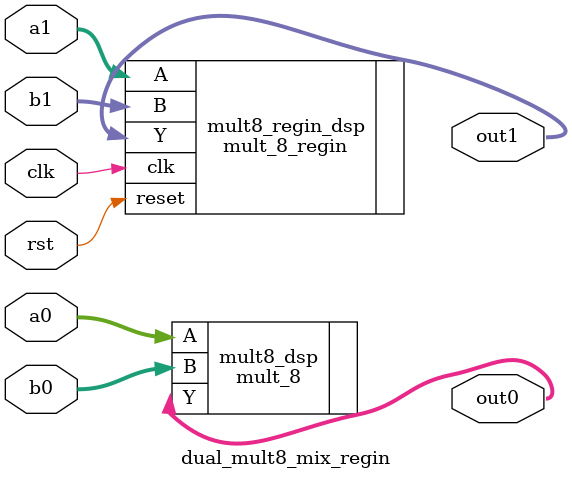
<source format=v>

module dual_mult8_mix_regin(clk, rst, a0, b0, out0, a1, b1, out1);
parameter DATA_WIDTH = 8;  /* declare a parameter. default required */
input clk;
input rst;
input [0 : DATA_WIDTH - 1] a0, b0, a1, b1;
output [0 : 2*DATA_WIDTH - 1] out0, out1;

(* keep *)
  mult_8 mult8_dsp (
		.A(a0),
		.B(b0),
		.Y(out0),
	);

(* keep *)
  mult_8_regin mult8_regin_dsp (
        .clk(clk),
        .reset(rst),
		.A(a1),
		.B(b1),
		.Y(out1),
	);


endmodule

</source>
